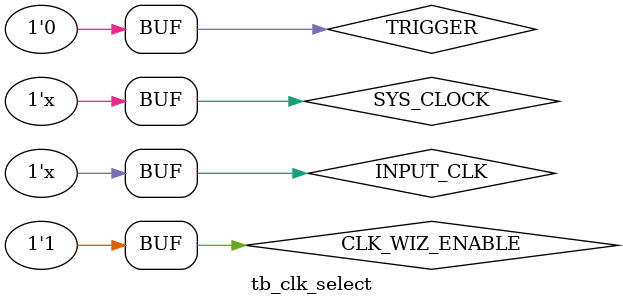
<source format=v>
`timescale 1ns / 1ps


module tb_clk_select();
    reg CLK_WIZ_ENABLE;
    reg INPUT_CLK;
    reg TRIGGER;
    reg SYS_CLOCK;
    
    wire CLK_WIZ_CLK;
    wire CLK_WIZ_LOCKED;
    wire CLK_CPU;
    wire LOCKED;

    clk_wiz_0 clk_wizard (
        .clk_in1 (SYS_CLOCK),
        
        .clk_out1(CLK_WIZ_CLK),
        .locked(CLK_WIZ_LOCKED)
    );
    
    clk_select cs (
        .clk_wiz_enable (CLK_WIZ_ENABLE),
        .sys_clock (SYS_CLOCK),
        .clk_wiz_clk (CLK_WIZ_CLK),
        .clk_wiz_locked (CLK_WIZ_LOCKED),
        
        .clk_cpu (CLK_CPU),
        .locked (LOCKED)
    );
    
    always
        // 5ns ~ 20MHz
        #25 INPUT_CLK = ~INPUT_CLK;
        
    always @ (INPUT_CLK or TRIGGER)
    begin
        SYS_CLOCK <= INPUT_CLK ^ TRIGGER;
    end
    
    initial
    begin
    INPUT_CLK = 0;
    TRIGGER = 0;
    CLK_WIZ_ENABLE = 1;
    
    // The Clocking Wizard needs quite some time to stabilize
    #4000002 TRIGGER = 1;
    #4000003 TRIGGER = 0;
    end
endmodule

</source>
